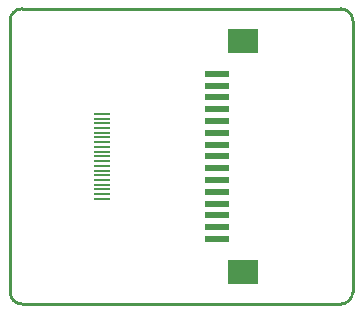
<source format=gtp>
G04 Layer_Color=8421504*
%FSLAX25Y25*%
%MOIN*%
G70*
G01*
G75*
%ADD10R,0.07874X0.02362*%
%ADD11R,0.10236X0.07874*%
%ADD12R,0.05512X0.00906*%
%ADD15C,0.01000*%
%ADD17C,0.00965*%
D10*
X316929Y226378D02*
D03*
Y234252D02*
D03*
Y238189D02*
D03*
Y242126D02*
D03*
Y246063D02*
D03*
Y250000D02*
D03*
Y230315D02*
D03*
Y261811D02*
D03*
Y281496D02*
D03*
Y277559D02*
D03*
Y273622D02*
D03*
Y269685D02*
D03*
Y265748D02*
D03*
Y257874D02*
D03*
Y253937D02*
D03*
D11*
X325591Y292520D02*
D03*
Y215354D02*
D03*
D12*
X278740Y253937D02*
D03*
Y252362D02*
D03*
Y255512D02*
D03*
Y257087D02*
D03*
Y250787D02*
D03*
Y242913D02*
D03*
Y244488D02*
D03*
Y246063D02*
D03*
Y247638D02*
D03*
Y249213D02*
D03*
Y241339D02*
D03*
Y239764D02*
D03*
Y266535D02*
D03*
Y261811D02*
D03*
Y260236D02*
D03*
Y268110D02*
D03*
Y258661D02*
D03*
Y264961D02*
D03*
Y263386D02*
D03*
D15*
X362205Y208661D02*
Y299213D01*
X251969Y204724D02*
X358268D01*
X251969Y303150D02*
X358268D01*
X248031Y208661D02*
Y299213D01*
D17*
X362205Y299213D02*
G03*
X358268Y303150I-3937J0D01*
G01*
X251969Y303150D02*
G03*
X248031Y299213I0J-3937D01*
G01*
X248031Y208661D02*
G03*
X251969Y204724I3937J0D01*
G01*
X358268D02*
G03*
X362205Y208661I0J3937D01*
G01*
M02*

</source>
